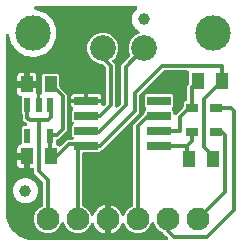
<source format=gbr>
G04 EAGLE Gerber RS-274X export*
G75*
%MOMM*%
%FSLAX34Y34*%
%LPD*%
%INTop Copper*%
%IPPOS*%
%AMOC8*
5,1,8,0,0,1.08239X$1,22.5*%
G01*
%ADD10C,1.000000*%
%ADD11R,1.100000X1.400000*%
%ADD12R,2.032000X0.660400*%
%ADD13C,2.184400*%
%ADD14C,3.000000*%
%ADD15C,1.930400*%
%ADD16R,0.550000X1.200000*%
%ADD17R,1.000000X0.800000*%
%ADD18C,0.304800*%

G36*
X138586Y2678D02*
X138586Y2678D01*
X138686Y2680D01*
X138758Y2698D01*
X138832Y2707D01*
X138927Y2741D01*
X139024Y2765D01*
X139090Y2799D01*
X139160Y2824D01*
X139245Y2879D01*
X139334Y2925D01*
X139390Y2973D01*
X139453Y3013D01*
X139523Y3085D01*
X139599Y3150D01*
X139643Y3210D01*
X139695Y3264D01*
X139747Y3350D01*
X139806Y3431D01*
X139836Y3499D01*
X139874Y3563D01*
X139905Y3658D01*
X139944Y3751D01*
X139958Y3824D01*
X139980Y3895D01*
X139988Y3995D01*
X140006Y4094D01*
X140002Y4168D01*
X140008Y4242D01*
X139993Y4342D01*
X139988Y4442D01*
X139968Y4513D01*
X139957Y4587D01*
X139919Y4680D01*
X139892Y4777D01*
X139855Y4842D01*
X139828Y4911D01*
X139770Y4993D01*
X139721Y5081D01*
X139656Y5157D01*
X139629Y5197D01*
X139602Y5221D01*
X139563Y5267D01*
X138673Y6157D01*
X135927Y8903D01*
X135912Y8936D01*
X135850Y9012D01*
X135797Y9095D01*
X135742Y9148D01*
X135694Y9208D01*
X135617Y9269D01*
X135546Y9337D01*
X135481Y9377D01*
X135421Y9424D01*
X135288Y9492D01*
X135247Y9516D01*
X135229Y9522D01*
X135203Y9535D01*
X133081Y10414D01*
X129794Y13701D01*
X128407Y17049D01*
X128359Y17137D01*
X128318Y17229D01*
X128274Y17289D01*
X128238Y17354D01*
X128171Y17428D01*
X128111Y17509D01*
X128054Y17557D01*
X128004Y17612D01*
X127921Y17669D01*
X127845Y17734D01*
X127778Y17768D01*
X127717Y17810D01*
X127624Y17847D01*
X127534Y17893D01*
X127462Y17911D01*
X127393Y17938D01*
X127294Y17953D01*
X127196Y17977D01*
X127122Y17978D01*
X127048Y17989D01*
X126948Y17981D01*
X126848Y17982D01*
X126775Y17966D01*
X126701Y17960D01*
X126605Y17929D01*
X126507Y17908D01*
X126440Y17876D01*
X126369Y17853D01*
X126283Y17801D01*
X126192Y17758D01*
X126134Y17712D01*
X126071Y17673D01*
X125998Y17603D01*
X125920Y17541D01*
X125874Y17482D01*
X125821Y17430D01*
X125766Y17346D01*
X125704Y17267D01*
X125658Y17178D01*
X125632Y17137D01*
X125620Y17103D01*
X125593Y17049D01*
X124206Y13701D01*
X120919Y10414D01*
X116624Y8635D01*
X111976Y8635D01*
X107681Y10414D01*
X104394Y13701D01*
X103271Y16414D01*
X103193Y16554D01*
X103118Y16695D01*
X103108Y16706D01*
X103101Y16718D01*
X102994Y16837D01*
X102889Y16957D01*
X102877Y16966D01*
X102867Y16977D01*
X102736Y17067D01*
X102606Y17161D01*
X102592Y17166D01*
X102580Y17175D01*
X102431Y17234D01*
X102284Y17295D01*
X102270Y17297D01*
X102256Y17303D01*
X102098Y17326D01*
X101940Y17352D01*
X101926Y17351D01*
X101911Y17353D01*
X101752Y17340D01*
X101592Y17330D01*
X101579Y17326D01*
X101564Y17324D01*
X101411Y17275D01*
X101259Y17229D01*
X101246Y17222D01*
X101232Y17217D01*
X101095Y17134D01*
X100957Y17055D01*
X100946Y17045D01*
X100934Y17038D01*
X100819Y16926D01*
X100702Y16817D01*
X100694Y16805D01*
X100684Y16795D01*
X100597Y16660D01*
X100509Y16527D01*
X100502Y16511D01*
X100496Y16502D01*
X100483Y16465D01*
X100415Y16302D01*
X100199Y15639D01*
X99328Y13930D01*
X98200Y12377D01*
X96843Y11020D01*
X95290Y9892D01*
X93580Y9021D01*
X91755Y8427D01*
X91399Y8371D01*
X91399Y19344D01*
X91396Y19370D01*
X91398Y19396D01*
X91376Y19543D01*
X91359Y19690D01*
X91351Y19715D01*
X91347Y19741D01*
X91292Y19878D01*
X91242Y20018D01*
X91228Y20040D01*
X91218Y20065D01*
X91133Y20186D01*
X91053Y20311D01*
X91040Y20323D01*
X91085Y20370D01*
X91099Y20393D01*
X91116Y20412D01*
X91188Y20542D01*
X91264Y20669D01*
X91272Y20694D01*
X91285Y20717D01*
X91325Y20860D01*
X91370Y21001D01*
X91372Y21027D01*
X91380Y21052D01*
X91399Y21296D01*
X91399Y32269D01*
X91755Y32213D01*
X93580Y31619D01*
X95290Y30748D01*
X96843Y29620D01*
X98200Y28263D01*
X99328Y26710D01*
X100199Y25001D01*
X100415Y24338D01*
X100481Y24193D01*
X100545Y24046D01*
X100553Y24035D01*
X100559Y24021D01*
X100657Y23895D01*
X100753Y23767D01*
X100764Y23757D01*
X100773Y23746D01*
X100897Y23644D01*
X101019Y23541D01*
X101032Y23535D01*
X101043Y23526D01*
X101186Y23456D01*
X101329Y23383D01*
X101343Y23379D01*
X101356Y23373D01*
X101511Y23337D01*
X101667Y23299D01*
X101682Y23298D01*
X101696Y23295D01*
X101855Y23296D01*
X102016Y23293D01*
X102030Y23297D01*
X102044Y23297D01*
X102200Y23334D01*
X102356Y23368D01*
X102369Y23374D01*
X102383Y23377D01*
X102527Y23449D01*
X102671Y23518D01*
X102682Y23527D01*
X102695Y23533D01*
X102818Y23635D01*
X102943Y23735D01*
X102952Y23746D01*
X102963Y23756D01*
X103060Y23883D01*
X103159Y24008D01*
X103167Y24024D01*
X103174Y24033D01*
X103190Y24068D01*
X103271Y24226D01*
X104394Y26939D01*
X107681Y30226D01*
X109803Y31105D01*
X109870Y31142D01*
X109941Y31170D01*
X110022Y31226D01*
X110108Y31274D01*
X110164Y31325D01*
X110227Y31369D01*
X110293Y31442D01*
X110366Y31508D01*
X110409Y31571D01*
X110460Y31628D01*
X110508Y31714D01*
X110564Y31795D01*
X110592Y31866D01*
X110629Y31933D01*
X110656Y32028D01*
X110692Y32119D01*
X110703Y32195D01*
X110724Y32268D01*
X110736Y32417D01*
X110743Y32464D01*
X110741Y32483D01*
X110743Y32512D01*
X110743Y100533D01*
X119695Y109485D01*
X119774Y109584D01*
X119858Y109678D01*
X119882Y109720D01*
X119912Y109758D01*
X119966Y109872D01*
X120027Y109983D01*
X120040Y110030D01*
X120061Y110073D01*
X120087Y110197D01*
X120122Y110318D01*
X120127Y110379D01*
X120134Y110414D01*
X120133Y110462D01*
X120141Y110562D01*
X120141Y112094D01*
X121270Y113223D01*
X121286Y113243D01*
X121306Y113260D01*
X121395Y113380D01*
X121487Y113496D01*
X121498Y113520D01*
X121514Y113541D01*
X121572Y113677D01*
X121636Y113811D01*
X121641Y113837D01*
X121652Y113861D01*
X121678Y114007D01*
X121709Y114152D01*
X121709Y114178D01*
X121713Y114204D01*
X121706Y114352D01*
X121703Y114500D01*
X121697Y114526D01*
X121695Y114552D01*
X121654Y114694D01*
X121618Y114838D01*
X121606Y114861D01*
X121599Y114887D01*
X121526Y115016D01*
X121458Y115148D01*
X121441Y115168D01*
X121429Y115191D01*
X121270Y115377D01*
X120141Y116506D01*
X120141Y124794D01*
X121332Y125985D01*
X143336Y125985D01*
X144527Y124794D01*
X144527Y116506D01*
X143398Y115377D01*
X143381Y115357D01*
X143362Y115340D01*
X143273Y115220D01*
X143181Y115104D01*
X143170Y115080D01*
X143154Y115059D01*
X143096Y114923D01*
X143032Y114789D01*
X143027Y114763D01*
X143016Y114739D01*
X142990Y114593D01*
X142959Y114448D01*
X142959Y114422D01*
X142955Y114396D01*
X142962Y114248D01*
X142965Y114100D01*
X142971Y114074D01*
X142973Y114048D01*
X143014Y113906D01*
X143050Y113762D01*
X143062Y113739D01*
X143069Y113713D01*
X143142Y113584D01*
X143210Y113452D01*
X143226Y113432D01*
X143239Y113409D01*
X143398Y113223D01*
X144527Y112094D01*
X144527Y110054D01*
X144538Y109954D01*
X144540Y109854D01*
X144558Y109782D01*
X144567Y109708D01*
X144600Y109613D01*
X144625Y109516D01*
X144659Y109450D01*
X144684Y109380D01*
X144739Y109295D01*
X144785Y109206D01*
X144833Y109149D01*
X144873Y109087D01*
X144945Y109017D01*
X145010Y108941D01*
X145070Y108897D01*
X145124Y108845D01*
X145210Y108793D01*
X145291Y108734D01*
X145359Y108704D01*
X145423Y108666D01*
X145519Y108635D01*
X145611Y108596D01*
X145684Y108582D01*
X145755Y108560D01*
X145855Y108552D01*
X145954Y108534D01*
X146028Y108538D01*
X146102Y108532D01*
X146202Y108547D01*
X146302Y108552D01*
X146373Y108572D01*
X146447Y108583D01*
X146540Y108621D01*
X146637Y108648D01*
X146702Y108685D01*
X146771Y108712D01*
X146853Y108769D01*
X146941Y108819D01*
X147017Y108884D01*
X147057Y108911D01*
X147081Y108938D01*
X147127Y108977D01*
X152701Y114551D01*
X152780Y114650D01*
X152864Y114744D01*
X152888Y114786D01*
X152918Y114824D01*
X152972Y114938D01*
X153033Y115049D01*
X153046Y115096D01*
X153067Y115139D01*
X153093Y115263D01*
X153128Y115384D01*
X153133Y115445D01*
X153140Y115480D01*
X153139Y115528D01*
X153147Y115628D01*
X153147Y119142D01*
X154338Y120333D01*
X154940Y120333D01*
X154966Y120336D01*
X154992Y120334D01*
X155139Y120356D01*
X155286Y120373D01*
X155311Y120381D01*
X155337Y120385D01*
X155475Y120440D01*
X155614Y120490D01*
X155636Y120504D01*
X155661Y120514D01*
X155782Y120599D01*
X155907Y120679D01*
X155925Y120698D01*
X155947Y120713D01*
X156046Y120823D01*
X156149Y120930D01*
X156163Y120952D01*
X156180Y120972D01*
X156252Y121102D01*
X156328Y121229D01*
X156336Y121254D01*
X156349Y121277D01*
X156389Y121420D01*
X156434Y121561D01*
X156436Y121587D01*
X156444Y121612D01*
X156463Y121856D01*
X156463Y133393D01*
X157281Y134211D01*
X157360Y134310D01*
X157444Y134404D01*
X157468Y134446D01*
X157498Y134484D01*
X157552Y134598D01*
X157613Y134709D01*
X157626Y134756D01*
X157647Y134799D01*
X157673Y134923D01*
X157708Y135044D01*
X157713Y135105D01*
X157720Y135140D01*
X157719Y135188D01*
X157727Y135288D01*
X157727Y144780D01*
X157724Y144806D01*
X157726Y144832D01*
X157704Y144979D01*
X157687Y145126D01*
X157679Y145151D01*
X157675Y145177D01*
X157620Y145315D01*
X157570Y145454D01*
X157556Y145476D01*
X157546Y145501D01*
X157461Y145622D01*
X157381Y145747D01*
X157362Y145765D01*
X157347Y145787D01*
X157237Y145886D01*
X157130Y145989D01*
X157108Y146003D01*
X157088Y146020D01*
X156958Y146092D01*
X156831Y146168D01*
X156806Y146176D01*
X156783Y146189D01*
X156640Y146229D01*
X156499Y146274D01*
X156473Y146276D01*
X156448Y146284D01*
X156204Y146303D01*
X136724Y146303D01*
X136599Y146289D01*
X136472Y146282D01*
X136426Y146269D01*
X136378Y146263D01*
X136259Y146221D01*
X136138Y146186D01*
X136095Y146162D01*
X136050Y146146D01*
X135944Y146077D01*
X135833Y146016D01*
X135787Y145976D01*
X135757Y145957D01*
X135724Y145922D01*
X135647Y145857D01*
X115763Y125973D01*
X115684Y125874D01*
X115600Y125780D01*
X115576Y125738D01*
X115546Y125700D01*
X115492Y125586D01*
X115431Y125475D01*
X115418Y125428D01*
X115397Y125385D01*
X115371Y125261D01*
X115336Y125140D01*
X115331Y125079D01*
X115324Y125044D01*
X115325Y124996D01*
X115317Y124896D01*
X115317Y110287D01*
X83993Y78963D01*
X83979Y78959D01*
X83931Y78953D01*
X83812Y78911D01*
X83690Y78876D01*
X83648Y78852D01*
X83603Y78836D01*
X83496Y78767D01*
X83386Y78706D01*
X83340Y78666D01*
X83310Y78647D01*
X83276Y78612D01*
X83200Y78547D01*
X81868Y77215D01*
X68580Y77215D01*
X68554Y77212D01*
X68528Y77214D01*
X68381Y77192D01*
X68234Y77175D01*
X68209Y77167D01*
X68183Y77163D01*
X68045Y77108D01*
X67906Y77058D01*
X67884Y77044D01*
X67859Y77034D01*
X67738Y76949D01*
X67613Y76869D01*
X67595Y76850D01*
X67573Y76835D01*
X67474Y76725D01*
X67371Y76618D01*
X67357Y76596D01*
X67340Y76576D01*
X67268Y76446D01*
X67192Y76319D01*
X67184Y76294D01*
X67171Y76271D01*
X67131Y76128D01*
X67086Y75987D01*
X67084Y75961D01*
X67076Y75936D01*
X67057Y75692D01*
X67057Y32512D01*
X67065Y32436D01*
X67064Y32360D01*
X67085Y32263D01*
X67097Y32166D01*
X67122Y32094D01*
X67139Y32019D01*
X67181Y31930D01*
X67214Y31838D01*
X67256Y31773D01*
X67288Y31704D01*
X67350Y31628D01*
X67403Y31545D01*
X67458Y31492D01*
X67506Y31432D01*
X67583Y31371D01*
X67654Y31303D01*
X67719Y31263D01*
X67779Y31216D01*
X67912Y31148D01*
X67953Y31124D01*
X67971Y31118D01*
X67997Y31105D01*
X70119Y30226D01*
X73406Y26939D01*
X74529Y24226D01*
X74607Y24086D01*
X74682Y23945D01*
X74692Y23934D01*
X74699Y23922D01*
X74806Y23803D01*
X74911Y23683D01*
X74923Y23674D01*
X74933Y23663D01*
X75064Y23573D01*
X75194Y23479D01*
X75208Y23474D01*
X75220Y23465D01*
X75369Y23406D01*
X75516Y23345D01*
X75530Y23343D01*
X75544Y23337D01*
X75702Y23314D01*
X75860Y23288D01*
X75874Y23289D01*
X75889Y23287D01*
X76048Y23300D01*
X76208Y23310D01*
X76221Y23314D01*
X76236Y23316D01*
X76389Y23365D01*
X76541Y23411D01*
X76554Y23418D01*
X76568Y23423D01*
X76705Y23506D01*
X76843Y23585D01*
X76854Y23595D01*
X76866Y23602D01*
X76981Y23714D01*
X77098Y23823D01*
X77106Y23835D01*
X77116Y23845D01*
X77203Y23980D01*
X77291Y24113D01*
X77298Y24129D01*
X77304Y24138D01*
X77317Y24175D01*
X77385Y24338D01*
X77601Y25001D01*
X78472Y26710D01*
X79600Y28263D01*
X80957Y29620D01*
X82510Y30748D01*
X84220Y31619D01*
X86045Y32213D01*
X86401Y32269D01*
X86401Y21296D01*
X86404Y21270D01*
X86402Y21244D01*
X86424Y21097D01*
X86441Y20950D01*
X86449Y20925D01*
X86453Y20899D01*
X86508Y20762D01*
X86558Y20622D01*
X86572Y20600D01*
X86582Y20575D01*
X86667Y20454D01*
X86747Y20329D01*
X86760Y20317D01*
X86715Y20270D01*
X86701Y20247D01*
X86684Y20228D01*
X86612Y20098D01*
X86536Y19971D01*
X86528Y19946D01*
X86515Y19923D01*
X86475Y19780D01*
X86430Y19639D01*
X86427Y19613D01*
X86420Y19588D01*
X86401Y19344D01*
X86401Y8371D01*
X86045Y8427D01*
X84220Y9021D01*
X82510Y9892D01*
X80957Y11020D01*
X79600Y12377D01*
X78472Y13930D01*
X77601Y15639D01*
X77385Y16302D01*
X77319Y16447D01*
X77255Y16594D01*
X77247Y16605D01*
X77241Y16619D01*
X77143Y16745D01*
X77047Y16873D01*
X77036Y16883D01*
X77027Y16894D01*
X76903Y16996D01*
X76781Y17099D01*
X76768Y17105D01*
X76757Y17114D01*
X76614Y17184D01*
X76471Y17257D01*
X76457Y17261D01*
X76444Y17267D01*
X76289Y17303D01*
X76133Y17341D01*
X76118Y17342D01*
X76104Y17345D01*
X75945Y17344D01*
X75784Y17347D01*
X75770Y17343D01*
X75756Y17343D01*
X75600Y17306D01*
X75444Y17272D01*
X75431Y17266D01*
X75417Y17263D01*
X75273Y17191D01*
X75129Y17122D01*
X75118Y17113D01*
X75105Y17107D01*
X74982Y17005D01*
X74857Y16905D01*
X74848Y16894D01*
X74837Y16884D01*
X74740Y16757D01*
X74641Y16632D01*
X74633Y16616D01*
X74626Y16607D01*
X74610Y16572D01*
X74529Y16414D01*
X73406Y13701D01*
X70119Y10414D01*
X65824Y8635D01*
X61176Y8635D01*
X56881Y10414D01*
X53594Y13701D01*
X52207Y17049D01*
X52159Y17137D01*
X52118Y17229D01*
X52074Y17289D01*
X52038Y17354D01*
X51971Y17428D01*
X51911Y17509D01*
X51854Y17557D01*
X51804Y17612D01*
X51721Y17669D01*
X51645Y17734D01*
X51578Y17768D01*
X51517Y17810D01*
X51424Y17847D01*
X51334Y17893D01*
X51262Y17911D01*
X51193Y17938D01*
X51094Y17953D01*
X50996Y17977D01*
X50922Y17978D01*
X50848Y17989D01*
X50748Y17981D01*
X50648Y17982D01*
X50575Y17966D01*
X50501Y17960D01*
X50405Y17929D01*
X50307Y17908D01*
X50240Y17876D01*
X50169Y17853D01*
X50083Y17801D01*
X49992Y17758D01*
X49934Y17712D01*
X49871Y17673D01*
X49798Y17603D01*
X49720Y17541D01*
X49674Y17482D01*
X49621Y17430D01*
X49566Y17346D01*
X49504Y17267D01*
X49458Y17178D01*
X49432Y17137D01*
X49420Y17103D01*
X49393Y17049D01*
X48006Y13701D01*
X44719Y10414D01*
X40424Y8635D01*
X35776Y8635D01*
X31481Y10414D01*
X28194Y13701D01*
X26415Y17996D01*
X26415Y22644D01*
X28194Y26939D01*
X31481Y30226D01*
X33603Y31105D01*
X33670Y31142D01*
X33741Y31170D01*
X33822Y31226D01*
X33908Y31274D01*
X33964Y31325D01*
X34027Y31369D01*
X34093Y31442D01*
X34166Y31508D01*
X34209Y31571D01*
X34260Y31628D01*
X34308Y31714D01*
X34364Y31795D01*
X34392Y31866D01*
X34429Y31933D01*
X34456Y32028D01*
X34492Y32119D01*
X34503Y32195D01*
X34524Y32268D01*
X34536Y32417D01*
X34543Y32464D01*
X34541Y32483D01*
X34543Y32512D01*
X34543Y51236D01*
X34529Y51361D01*
X34522Y51488D01*
X34509Y51534D01*
X34503Y51582D01*
X34461Y51701D01*
X34426Y51822D01*
X34402Y51865D01*
X34386Y51910D01*
X34317Y52016D01*
X34256Y52127D01*
X34216Y52173D01*
X34197Y52203D01*
X34162Y52236D01*
X34097Y52313D01*
X26923Y59487D01*
X26923Y62596D01*
X26920Y62622D01*
X26922Y62648D01*
X26900Y62795D01*
X26883Y62942D01*
X26875Y62967D01*
X26871Y62993D01*
X26816Y63131D01*
X26766Y63270D01*
X26752Y63292D01*
X26742Y63317D01*
X26657Y63438D01*
X26577Y63563D01*
X26558Y63581D01*
X26543Y63603D01*
X26433Y63702D01*
X26326Y63805D01*
X26304Y63819D01*
X26284Y63836D01*
X26154Y63908D01*
X26027Y63984D01*
X26002Y63992D01*
X25979Y64005D01*
X25836Y64045D01*
X25695Y64090D01*
X25669Y64092D01*
X25644Y64100D01*
X25400Y64119D01*
X23229Y64119D01*
X23229Y72434D01*
X23226Y72460D01*
X23228Y72486D01*
X23206Y72633D01*
X23189Y72780D01*
X23181Y72805D01*
X23177Y72831D01*
X23122Y72968D01*
X23072Y73108D01*
X23058Y73130D01*
X23048Y73155D01*
X22963Y73276D01*
X22883Y73401D01*
X22864Y73419D01*
X22849Y73441D01*
X22739Y73540D01*
X22632Y73643D01*
X22610Y73657D01*
X22590Y73674D01*
X22460Y73746D01*
X22333Y73822D01*
X22308Y73830D01*
X22285Y73843D01*
X22142Y73883D01*
X22001Y73928D01*
X21975Y73930D01*
X21950Y73937D01*
X21706Y73957D01*
X20777Y73957D01*
X20777Y74886D01*
X20774Y74912D01*
X20776Y74938D01*
X20754Y75085D01*
X20737Y75232D01*
X20728Y75257D01*
X20724Y75283D01*
X20670Y75421D01*
X20620Y75560D01*
X20605Y75582D01*
X20596Y75607D01*
X20511Y75728D01*
X20431Y75853D01*
X20412Y75871D01*
X20397Y75893D01*
X20287Y75992D01*
X20180Y76095D01*
X20157Y76109D01*
X20138Y76126D01*
X20008Y76198D01*
X19881Y76274D01*
X19856Y76282D01*
X19833Y76295D01*
X19690Y76335D01*
X19549Y76380D01*
X19523Y76382D01*
X19498Y76390D01*
X19254Y76409D01*
X12439Y76409D01*
X12439Y80995D01*
X12612Y81641D01*
X12947Y82220D01*
X13420Y82693D01*
X13999Y83028D01*
X14645Y83201D01*
X14674Y83201D01*
X14700Y83204D01*
X14726Y83202D01*
X14873Y83224D01*
X15020Y83241D01*
X15045Y83249D01*
X15071Y83253D01*
X15209Y83308D01*
X15348Y83358D01*
X15370Y83372D01*
X15395Y83382D01*
X15516Y83467D01*
X15641Y83547D01*
X15659Y83566D01*
X15681Y83581D01*
X15780Y83691D01*
X15883Y83798D01*
X15897Y83820D01*
X15914Y83840D01*
X15986Y83970D01*
X16062Y84097D01*
X16070Y84122D01*
X16083Y84145D01*
X16123Y84287D01*
X16168Y84429D01*
X16170Y84455D01*
X16178Y84480D01*
X16197Y84724D01*
X16197Y97982D01*
X17388Y99173D01*
X19120Y99173D01*
X19220Y99184D01*
X19320Y99186D01*
X19392Y99204D01*
X19466Y99213D01*
X19561Y99246D01*
X19658Y99271D01*
X19724Y99305D01*
X19794Y99330D01*
X19879Y99385D01*
X19968Y99431D01*
X20024Y99479D01*
X20087Y99519D01*
X20157Y99591D01*
X20233Y99656D01*
X20277Y99716D01*
X20329Y99770D01*
X20381Y99856D01*
X20440Y99937D01*
X20470Y100005D01*
X20508Y100069D01*
X20539Y100165D01*
X20578Y100257D01*
X20592Y100330D01*
X20614Y100401D01*
X20622Y100501D01*
X20640Y100600D01*
X20636Y100674D01*
X20642Y100748D01*
X20627Y100848D01*
X20622Y100948D01*
X20602Y101019D01*
X20591Y101093D01*
X20553Y101186D01*
X20526Y101283D01*
X20489Y101348D01*
X20462Y101417D01*
X20405Y101499D01*
X20355Y101587D01*
X20290Y101663D01*
X20263Y101703D01*
X20236Y101727D01*
X20197Y101773D01*
X18857Y103113D01*
X17423Y104547D01*
X17423Y108441D01*
X17409Y108567D01*
X17402Y108693D01*
X17389Y108739D01*
X17383Y108787D01*
X17341Y108906D01*
X17306Y109028D01*
X17282Y109070D01*
X17266Y109115D01*
X17197Y109222D01*
X17136Y109332D01*
X17096Y109378D01*
X17077Y109408D01*
X17042Y109442D01*
X16977Y109518D01*
X16197Y110298D01*
X16197Y123556D01*
X16194Y123582D01*
X16196Y123608D01*
X16174Y123755D01*
X16157Y123902D01*
X16149Y123927D01*
X16145Y123953D01*
X16090Y124091D01*
X16040Y124230D01*
X16026Y124252D01*
X16016Y124277D01*
X15931Y124398D01*
X15851Y124523D01*
X15832Y124541D01*
X15817Y124563D01*
X15707Y124662D01*
X15600Y124765D01*
X15578Y124779D01*
X15558Y124796D01*
X15428Y124868D01*
X15301Y124944D01*
X15276Y124952D01*
X15253Y124965D01*
X15110Y125005D01*
X14969Y125050D01*
X14943Y125052D01*
X14918Y125060D01*
X14674Y125079D01*
X14645Y125079D01*
X13999Y125252D01*
X13420Y125587D01*
X12947Y126060D01*
X12612Y126639D01*
X12439Y127285D01*
X12439Y131871D01*
X19254Y131871D01*
X19280Y131874D01*
X19306Y131872D01*
X19453Y131894D01*
X19600Y131911D01*
X19625Y131919D01*
X19651Y131923D01*
X19788Y131978D01*
X19928Y132028D01*
X19950Y132042D01*
X19975Y132052D01*
X20096Y132137D01*
X20221Y132217D01*
X20239Y132236D01*
X20261Y132251D01*
X20360Y132361D01*
X20463Y132468D01*
X20477Y132490D01*
X20483Y132498D01*
X20529Y132427D01*
X20548Y132409D01*
X20563Y132387D01*
X20673Y132288D01*
X20780Y132185D01*
X20803Y132171D01*
X20822Y132154D01*
X20952Y132082D01*
X21079Y132006D01*
X21104Y131998D01*
X21127Y131985D01*
X21270Y131945D01*
X21411Y131900D01*
X21437Y131897D01*
X21462Y131890D01*
X21706Y131871D01*
X28521Y131871D01*
X28521Y127204D01*
X28524Y127178D01*
X28522Y127152D01*
X28544Y127005D01*
X28561Y126858D01*
X28569Y126833D01*
X28573Y126807D01*
X28628Y126669D01*
X28678Y126530D01*
X28692Y126508D01*
X28702Y126483D01*
X28787Y126362D01*
X28867Y126237D01*
X28886Y126219D01*
X28901Y126197D01*
X28957Y126147D01*
X28957Y117140D01*
X28960Y117114D01*
X28957Y117088D01*
X28979Y116941D01*
X28996Y116794D01*
X29005Y116769D01*
X29009Y116743D01*
X29064Y116606D01*
X29114Y116466D01*
X29128Y116444D01*
X29138Y116420D01*
X29222Y116298D01*
X29303Y116173D01*
X29322Y116155D01*
X29337Y116133D01*
X29447Y116034D01*
X29554Y115931D01*
X29576Y115918D01*
X29596Y115900D01*
X29726Y115828D01*
X29853Y115752D01*
X29878Y115744D01*
X29901Y115731D01*
X30044Y115691D01*
X30185Y115646D01*
X30211Y115644D01*
X30236Y115637D01*
X30480Y115617D01*
X30506Y115620D01*
X30532Y115618D01*
X30679Y115640D01*
X30826Y115657D01*
X30851Y115666D01*
X30877Y115670D01*
X31015Y115724D01*
X31154Y115774D01*
X31177Y115789D01*
X31201Y115798D01*
X31322Y115883D01*
X31447Y115963D01*
X31466Y115982D01*
X31487Y115997D01*
X31586Y116107D01*
X31689Y116214D01*
X31703Y116237D01*
X31720Y116256D01*
X31792Y116386D01*
X31868Y116513D01*
X31876Y116538D01*
X31889Y116561D01*
X31929Y116704D01*
X31975Y116845D01*
X31977Y116871D01*
X31984Y116897D01*
X32003Y117140D01*
X32003Y125804D01*
X32098Y125838D01*
X32120Y125852D01*
X32145Y125862D01*
X32266Y125947D01*
X32391Y126027D01*
X32409Y126046D01*
X32431Y126061D01*
X32530Y126171D01*
X32633Y126278D01*
X32647Y126300D01*
X32664Y126320D01*
X32736Y126450D01*
X32812Y126577D01*
X32820Y126602D01*
X32833Y126625D01*
X32873Y126768D01*
X32918Y126909D01*
X32920Y126935D01*
X32928Y126960D01*
X32947Y127204D01*
X32947Y142462D01*
X34138Y143653D01*
X46822Y143653D01*
X48013Y142462D01*
X48013Y132748D01*
X48027Y132623D01*
X48034Y132496D01*
X48047Y132450D01*
X48053Y132402D01*
X48095Y132283D01*
X48130Y132162D01*
X48154Y132119D01*
X48170Y132074D01*
X48239Y131968D01*
X48300Y131857D01*
X48340Y131811D01*
X48359Y131781D01*
X48394Y131748D01*
X48459Y131671D01*
X54357Y125773D01*
X54357Y95047D01*
X47193Y87883D01*
X46286Y87883D01*
X46260Y87880D01*
X46234Y87882D01*
X46087Y87860D01*
X45940Y87843D01*
X45915Y87835D01*
X45889Y87831D01*
X45751Y87776D01*
X45612Y87726D01*
X45590Y87712D01*
X45565Y87702D01*
X45444Y87617D01*
X45319Y87537D01*
X45301Y87518D01*
X45279Y87503D01*
X45180Y87393D01*
X45077Y87286D01*
X45063Y87264D01*
X45046Y87244D01*
X44974Y87114D01*
X44898Y86987D01*
X44890Y86962D01*
X44877Y86939D01*
X44837Y86796D01*
X44792Y86655D01*
X44790Y86629D01*
X44782Y86604D01*
X44763Y86360D01*
X44763Y84216D01*
X44766Y84190D01*
X44764Y84164D01*
X44786Y84017D01*
X44803Y83870D01*
X44811Y83845D01*
X44815Y83819D01*
X44870Y83681D01*
X44920Y83542D01*
X44934Y83520D01*
X44944Y83495D01*
X45029Y83374D01*
X45109Y83249D01*
X45128Y83231D01*
X45143Y83209D01*
X45253Y83110D01*
X45360Y83007D01*
X45382Y82993D01*
X45402Y82976D01*
X45532Y82904D01*
X45659Y82828D01*
X45684Y82820D01*
X45707Y82807D01*
X45850Y82767D01*
X45991Y82722D01*
X46017Y82720D01*
X46042Y82712D01*
X46286Y82693D01*
X46822Y82693D01*
X47195Y82319D01*
X47216Y82303D01*
X47233Y82283D01*
X47315Y82222D01*
X47386Y82159D01*
X47426Y82136D01*
X47468Y82103D01*
X47492Y82092D01*
X47513Y82076D01*
X47614Y82032D01*
X47691Y81990D01*
X47731Y81979D01*
X47783Y81954D01*
X47809Y81948D01*
X47833Y81938D01*
X47949Y81917D01*
X48026Y81895D01*
X48073Y81892D01*
X48124Y81881D01*
X48150Y81881D01*
X48176Y81876D01*
X48229Y81879D01*
X48270Y81876D01*
X48275Y81876D01*
X48350Y81884D01*
X48473Y81887D01*
X48498Y81893D01*
X48524Y81894D01*
X48583Y81911D01*
X48621Y81916D01*
X48698Y81943D01*
X48811Y81972D01*
X48834Y81984D01*
X48859Y81991D01*
X48909Y82019D01*
X48949Y82033D01*
X49024Y82082D01*
X49120Y82131D01*
X49140Y82148D01*
X49163Y82161D01*
X49214Y82204D01*
X49242Y82222D01*
X49274Y82255D01*
X49349Y82319D01*
X54407Y87377D01*
X58725Y87377D01*
X58825Y87388D01*
X58925Y87390D01*
X58951Y87396D01*
X58977Y87398D01*
X59023Y87411D01*
X59071Y87417D01*
X59166Y87451D01*
X59263Y87475D01*
X59286Y87487D01*
X59312Y87494D01*
X59354Y87518D01*
X59399Y87534D01*
X59484Y87589D01*
X59573Y87635D01*
X59593Y87652D01*
X59616Y87664D01*
X59662Y87704D01*
X59692Y87723D01*
X59726Y87758D01*
X59802Y87823D01*
X59818Y87843D01*
X59838Y87860D01*
X59883Y87920D01*
X59934Y87974D01*
X59973Y88038D01*
X60019Y88096D01*
X60030Y88120D01*
X60046Y88141D01*
X60075Y88209D01*
X60113Y88273D01*
X60136Y88344D01*
X60168Y88411D01*
X60173Y88437D01*
X60184Y88461D01*
X60197Y88534D01*
X60219Y88605D01*
X60225Y88679D01*
X60241Y88752D01*
X60241Y88778D01*
X60245Y88804D01*
X60241Y88878D01*
X60247Y88952D01*
X60236Y89026D01*
X60235Y89100D01*
X60229Y89126D01*
X60227Y89152D01*
X60207Y89223D01*
X60196Y89297D01*
X60168Y89366D01*
X60150Y89438D01*
X60138Y89461D01*
X60131Y89487D01*
X60094Y89552D01*
X60067Y89621D01*
X60025Y89681D01*
X59990Y89748D01*
X59973Y89768D01*
X59961Y89791D01*
X59895Y89868D01*
X59868Y89907D01*
X59842Y89930D01*
X59802Y89977D01*
X58673Y91106D01*
X58673Y99394D01*
X59802Y100523D01*
X59818Y100543D01*
X59838Y100560D01*
X59927Y100680D01*
X60019Y100796D01*
X60030Y100820D01*
X60046Y100841D01*
X60104Y100977D01*
X60168Y101111D01*
X60173Y101137D01*
X60184Y101161D01*
X60210Y101307D01*
X60241Y101452D01*
X60241Y101478D01*
X60245Y101504D01*
X60238Y101652D01*
X60235Y101800D01*
X60229Y101826D01*
X60227Y101852D01*
X60186Y101994D01*
X60150Y102138D01*
X60138Y102161D01*
X60131Y102187D01*
X60058Y102316D01*
X59990Y102448D01*
X59973Y102468D01*
X59961Y102491D01*
X59802Y102677D01*
X58673Y103806D01*
X58673Y112094D01*
X59485Y112905D01*
X59516Y112945D01*
X59554Y112980D01*
X59624Y113081D01*
X59701Y113178D01*
X59723Y113224D01*
X59752Y113267D01*
X59797Y113382D01*
X59850Y113493D01*
X59861Y113543D01*
X59880Y113591D01*
X59897Y113713D01*
X59923Y113834D01*
X59923Y113885D01*
X59930Y113936D01*
X59920Y114059D01*
X59918Y114183D01*
X59905Y114232D01*
X59901Y114283D01*
X59863Y114401D01*
X59833Y114521D01*
X59809Y114566D01*
X59793Y114615D01*
X59730Y114720D01*
X59673Y114830D01*
X59640Y114869D01*
X59613Y114913D01*
X59527Y115002D01*
X59447Y115096D01*
X59406Y115126D01*
X59370Y115163D01*
X59169Y115302D01*
X59146Y115315D01*
X58673Y115788D01*
X58338Y116367D01*
X58165Y117013D01*
X58165Y119000D01*
X70739Y119000D01*
X70765Y119003D01*
X70791Y119001D01*
X70858Y119011D01*
X70993Y119000D01*
X83567Y119000D01*
X83567Y117674D01*
X83578Y117574D01*
X83580Y117474D01*
X83598Y117402D01*
X83607Y117328D01*
X83640Y117233D01*
X83665Y117136D01*
X83699Y117070D01*
X83724Y117000D01*
X83779Y116915D01*
X83825Y116826D01*
X83873Y116769D01*
X83913Y116707D01*
X83985Y116637D01*
X84050Y116561D01*
X84110Y116517D01*
X84164Y116465D01*
X84250Y116413D01*
X84331Y116354D01*
X84399Y116324D01*
X84463Y116286D01*
X84558Y116255D01*
X84651Y116216D01*
X84724Y116202D01*
X84795Y116180D01*
X84895Y116172D01*
X84994Y116154D01*
X85068Y116158D01*
X85142Y116152D01*
X85241Y116167D01*
X85342Y116172D01*
X85413Y116192D01*
X85487Y116203D01*
X85580Y116241D01*
X85677Y116268D01*
X85742Y116305D01*
X85811Y116332D01*
X85893Y116389D01*
X85981Y116439D01*
X86057Y116504D01*
X86097Y116531D01*
X86121Y116558D01*
X86167Y116597D01*
X87437Y117867D01*
X87516Y117966D01*
X87600Y118060D01*
X87624Y118102D01*
X87654Y118140D01*
X87708Y118254D01*
X87769Y118365D01*
X87782Y118412D01*
X87803Y118455D01*
X87829Y118579D01*
X87864Y118700D01*
X87869Y118761D01*
X87876Y118796D01*
X87875Y118844D01*
X87883Y118944D01*
X87883Y147756D01*
X87869Y147881D01*
X87862Y148008D01*
X87849Y148054D01*
X87843Y148102D01*
X87801Y148221D01*
X87766Y148342D01*
X87742Y148385D01*
X87726Y148430D01*
X87657Y148536D01*
X87596Y148647D01*
X87556Y148693D01*
X87537Y148723D01*
X87502Y148756D01*
X87437Y148833D01*
X84571Y151699D01*
X84472Y151778D01*
X84378Y151862D01*
X84336Y151886D01*
X84298Y151916D01*
X84184Y151970D01*
X84073Y152031D01*
X84026Y152044D01*
X83983Y152065D01*
X83859Y152091D01*
X83738Y152126D01*
X83677Y152131D01*
X83642Y152138D01*
X83594Y152137D01*
X83494Y152145D01*
X82023Y152145D01*
X77262Y154118D01*
X73618Y157762D01*
X71645Y162523D01*
X71645Y167677D01*
X73618Y172438D01*
X77262Y176082D01*
X82023Y178055D01*
X87177Y178055D01*
X91938Y176082D01*
X95582Y172438D01*
X97555Y167677D01*
X97555Y162523D01*
X95582Y157762D01*
X93152Y155332D01*
X93136Y155311D01*
X93116Y155294D01*
X93028Y155175D01*
X92936Y155059D01*
X92925Y155035D01*
X92909Y155014D01*
X92850Y154878D01*
X92787Y154744D01*
X92781Y154718D01*
X92771Y154694D01*
X92745Y154548D01*
X92714Y154403D01*
X92714Y154377D01*
X92709Y154351D01*
X92717Y154202D01*
X92720Y154054D01*
X92726Y154029D01*
X92727Y154003D01*
X92768Y153860D01*
X92805Y153716D01*
X92817Y153693D01*
X92824Y153668D01*
X92896Y153538D01*
X92964Y153407D01*
X92981Y153387D01*
X92994Y153364D01*
X93152Y153178D01*
X94997Y151333D01*
X94997Y116404D01*
X95008Y116304D01*
X95010Y116204D01*
X95028Y116132D01*
X95037Y116058D01*
X95070Y115963D01*
X95095Y115866D01*
X95129Y115800D01*
X95154Y115730D01*
X95209Y115645D01*
X95255Y115556D01*
X95303Y115500D01*
X95343Y115437D01*
X95415Y115367D01*
X95480Y115291D01*
X95540Y115247D01*
X95594Y115195D01*
X95680Y115143D01*
X95761Y115084D01*
X95829Y115054D01*
X95893Y115016D01*
X95989Y114985D01*
X96081Y114946D01*
X96154Y114932D01*
X96225Y114910D01*
X96325Y114902D01*
X96424Y114884D01*
X96498Y114888D01*
X96572Y114882D01*
X96672Y114897D01*
X96772Y114902D01*
X96843Y114922D01*
X96917Y114933D01*
X97010Y114971D01*
X97107Y114998D01*
X97172Y115035D01*
X97241Y115062D01*
X97323Y115119D01*
X97411Y115169D01*
X97487Y115234D01*
X97527Y115261D01*
X97551Y115288D01*
X97597Y115327D01*
X100137Y117867D01*
X100216Y117966D01*
X100300Y118060D01*
X100324Y118102D01*
X100354Y118140D01*
X100408Y118254D01*
X100469Y118365D01*
X100482Y118412D01*
X100503Y118455D01*
X100529Y118579D01*
X100564Y118700D01*
X100569Y118761D01*
X100576Y118796D01*
X100575Y118844D01*
X100583Y118944D01*
X100583Y151113D01*
X107492Y158022D01*
X107539Y158082D01*
X107594Y158135D01*
X107647Y158218D01*
X107709Y158295D01*
X107741Y158364D01*
X107782Y158428D01*
X107815Y158521D01*
X107857Y158610D01*
X107874Y158685D01*
X107899Y158757D01*
X107910Y158855D01*
X107931Y158951D01*
X107930Y159027D01*
X107938Y159103D01*
X107927Y159201D01*
X107925Y159299D01*
X107906Y159373D01*
X107897Y159449D01*
X107851Y159592D01*
X107840Y159637D01*
X107831Y159654D01*
X107822Y159682D01*
X106645Y162523D01*
X106645Y167677D01*
X108618Y172438D01*
X112262Y176082D01*
X114905Y177177D01*
X115000Y177230D01*
X115099Y177275D01*
X115152Y177315D01*
X115209Y177347D01*
X115290Y177420D01*
X115377Y177486D01*
X115419Y177536D01*
X115468Y177581D01*
X115530Y177670D01*
X115599Y177754D01*
X115628Y177813D01*
X115666Y177867D01*
X115706Y177969D01*
X115754Y178066D01*
X115769Y178130D01*
X115794Y178192D01*
X115809Y178299D01*
X115834Y178405D01*
X115835Y178471D01*
X115844Y178536D01*
X115835Y178645D01*
X115836Y178754D01*
X115821Y178818D01*
X115815Y178884D01*
X115782Y178988D01*
X115758Y179093D01*
X115729Y179153D01*
X115708Y179215D01*
X115652Y179309D01*
X115604Y179406D01*
X115563Y179458D01*
X115529Y179514D01*
X115453Y179592D01*
X115384Y179676D01*
X115317Y179732D01*
X115286Y179764D01*
X115252Y179786D01*
X115195Y179832D01*
X114678Y180195D01*
X114669Y180200D01*
X114661Y180207D01*
X114448Y180327D01*
X114250Y180420D01*
X114154Y180538D01*
X114148Y180542D01*
X114145Y180546D01*
X114127Y180560D01*
X113966Y180693D01*
X113653Y180912D01*
X113506Y180992D01*
X113359Y181073D01*
X113352Y181075D01*
X113347Y181078D01*
X113291Y181093D01*
X113144Y181240D01*
X113136Y181247D01*
X113129Y181255D01*
X112941Y181411D01*
X112762Y181536D01*
X112688Y181669D01*
X112683Y181675D01*
X112680Y181679D01*
X112665Y181696D01*
X112529Y181855D01*
X112259Y182125D01*
X112129Y182229D01*
X111997Y182335D01*
X111991Y182338D01*
X111986Y182342D01*
X111934Y182366D01*
X111815Y182537D01*
X111808Y182545D01*
X111803Y182554D01*
X111644Y182740D01*
X111490Y182894D01*
X111440Y183038D01*
X111436Y183045D01*
X111434Y183050D01*
X111422Y183069D01*
X111387Y183129D01*
X111386Y183131D01*
X111383Y183135D01*
X111316Y183249D01*
X111097Y183562D01*
X110986Y183688D01*
X110876Y183814D01*
X110871Y183818D01*
X110866Y183822D01*
X110819Y183856D01*
X110731Y184044D01*
X110726Y184053D01*
X110722Y184063D01*
X110599Y184274D01*
X110474Y184453D01*
X110449Y184603D01*
X110446Y184610D01*
X110446Y184615D01*
X110437Y184637D01*
X110364Y184832D01*
X110203Y185178D01*
X110115Y185321D01*
X110028Y185465D01*
X110023Y185470D01*
X110020Y185475D01*
X109980Y185516D01*
X109926Y185717D01*
X109922Y185727D01*
X109920Y185737D01*
X109835Y185966D01*
X109743Y186164D01*
X109745Y186316D01*
X109744Y186324D01*
X109744Y186329D01*
X109739Y186351D01*
X109701Y186557D01*
X109602Y186925D01*
X109540Y187083D01*
X109480Y187238D01*
X109476Y187244D01*
X109474Y187249D01*
X109441Y187297D01*
X109423Y187504D01*
X109421Y187514D01*
X109421Y187525D01*
X109377Y187766D01*
X109321Y187976D01*
X109349Y188126D01*
X109349Y188133D01*
X109350Y188138D01*
X109349Y188160D01*
X109347Y188370D01*
X109314Y188751D01*
X109281Y188913D01*
X109248Y189080D01*
X109245Y189086D01*
X109244Y189092D01*
X109220Y189144D01*
X109238Y189351D01*
X109238Y189362D01*
X109240Y189372D01*
X109238Y189617D01*
X109219Y189834D01*
X109273Y189976D01*
X109274Y189984D01*
X109276Y189989D01*
X109279Y190011D01*
X109314Y190218D01*
X109347Y190598D01*
X109343Y190766D01*
X109340Y190933D01*
X109338Y190940D01*
X109338Y190946D01*
X109323Y191002D01*
X109377Y191203D01*
X109379Y191213D01*
X109382Y191223D01*
X109423Y191464D01*
X109442Y191681D01*
X109520Y191812D01*
X109523Y191819D01*
X109525Y191824D01*
X109532Y191845D01*
X109602Y192043D01*
X109701Y192411D01*
X109725Y192577D01*
X109751Y192743D01*
X109751Y192750D01*
X109752Y192756D01*
X109747Y192813D01*
X109835Y193002D01*
X109838Y193012D01*
X109844Y193021D01*
X109926Y193251D01*
X109982Y193462D01*
X110082Y193577D01*
X110086Y193584D01*
X110089Y193588D01*
X110099Y193608D01*
X110203Y193790D01*
X110364Y194136D01*
X110417Y194294D01*
X110471Y194454D01*
X110472Y194460D01*
X110474Y194466D01*
X110479Y194524D01*
X110599Y194694D01*
X110604Y194703D01*
X110611Y194711D01*
X110731Y194924D01*
X110824Y195122D01*
X110942Y195218D01*
X110946Y195224D01*
X110950Y195227D01*
X110964Y195245D01*
X111097Y195406D01*
X111316Y195719D01*
X111396Y195866D01*
X111477Y196013D01*
X111479Y196020D01*
X111482Y196025D01*
X111497Y196081D01*
X111644Y196228D01*
X111651Y196236D01*
X111659Y196243D01*
X111815Y196431D01*
X111940Y196610D01*
X112073Y196684D01*
X112079Y196689D01*
X112084Y196692D01*
X112101Y196708D01*
X112259Y196843D01*
X112529Y197113D01*
X112633Y197244D01*
X112739Y197375D01*
X112742Y197381D01*
X112746Y197386D01*
X112770Y197438D01*
X112941Y197557D01*
X112949Y197564D01*
X112958Y197569D01*
X113144Y197728D01*
X113604Y198187D01*
X113666Y198265D01*
X113736Y198338D01*
X113774Y198402D01*
X113820Y198460D01*
X113863Y198551D01*
X113915Y198637D01*
X113937Y198708D01*
X113969Y198775D01*
X113990Y198873D01*
X114021Y198969D01*
X114027Y199043D01*
X114042Y199116D01*
X114041Y199216D01*
X114049Y199316D01*
X114038Y199390D01*
X114036Y199464D01*
X114012Y199561D01*
X113997Y199661D01*
X113970Y199730D01*
X113951Y199802D01*
X113905Y199892D01*
X113868Y199985D01*
X113826Y200046D01*
X113792Y200112D01*
X113727Y200189D01*
X113669Y200271D01*
X113614Y200321D01*
X113566Y200377D01*
X113485Y200437D01*
X113411Y200504D01*
X113346Y200540D01*
X113286Y200585D01*
X113194Y200624D01*
X113106Y200673D01*
X113034Y200693D01*
X112966Y200723D01*
X112867Y200740D01*
X112770Y200768D01*
X112670Y200776D01*
X112623Y200784D01*
X112587Y200782D01*
X112526Y200787D01*
X27978Y200787D01*
X27869Y200775D01*
X27759Y200771D01*
X27696Y200755D01*
X27632Y200747D01*
X27528Y200710D01*
X27422Y200682D01*
X27365Y200652D01*
X27304Y200630D01*
X27211Y200570D01*
X27114Y200519D01*
X27065Y200476D01*
X27011Y200441D01*
X26934Y200362D01*
X26852Y200289D01*
X26814Y200237D01*
X26769Y200190D01*
X26712Y200096D01*
X26648Y200007D01*
X26623Y199947D01*
X26590Y199891D01*
X26556Y199786D01*
X26514Y199685D01*
X26503Y199621D01*
X26484Y199559D01*
X26475Y199450D01*
X26457Y199341D01*
X26461Y199276D01*
X26456Y199212D01*
X26472Y199103D01*
X26479Y198993D01*
X26498Y198931D01*
X26507Y198867D01*
X26548Y198765D01*
X26580Y198660D01*
X26612Y198603D01*
X26636Y198543D01*
X26699Y198453D01*
X26754Y198358D01*
X26798Y198310D01*
X26835Y198257D01*
X26917Y198184D01*
X26992Y198103D01*
X27046Y198067D01*
X27094Y198024D01*
X27190Y197970D01*
X27281Y197909D01*
X27360Y197877D01*
X27399Y197855D01*
X27439Y197844D01*
X27507Y197815D01*
X35463Y195230D01*
X41683Y189630D01*
X45087Y181985D01*
X45087Y173615D01*
X41683Y165970D01*
X35463Y160370D01*
X27504Y157784D01*
X19181Y158658D01*
X11933Y162843D01*
X7013Y169614D01*
X5604Y176244D01*
X5599Y176259D01*
X5597Y176274D01*
X5544Y176424D01*
X5493Y176575D01*
X5485Y176588D01*
X5480Y176602D01*
X5393Y176736D01*
X5310Y176871D01*
X5299Y176882D01*
X5291Y176895D01*
X5176Y177006D01*
X5064Y177118D01*
X5051Y177126D01*
X5040Y177137D01*
X4903Y177219D01*
X4769Y177303D01*
X4754Y177308D01*
X4741Y177316D01*
X4590Y177364D01*
X4439Y177416D01*
X4424Y177418D01*
X4409Y177422D01*
X4251Y177435D01*
X4092Y177451D01*
X4077Y177449D01*
X4062Y177450D01*
X3905Y177427D01*
X3746Y177406D01*
X3732Y177401D01*
X3717Y177398D01*
X3569Y177340D01*
X3420Y177284D01*
X3407Y177275D01*
X3393Y177270D01*
X3263Y177179D01*
X3130Y177091D01*
X3120Y177079D01*
X3107Y177071D01*
X3001Y176953D01*
X2891Y176836D01*
X2884Y176823D01*
X2874Y176812D01*
X2796Y176672D01*
X2717Y176535D01*
X2713Y176520D01*
X2705Y176507D01*
X2662Y176353D01*
X2616Y176201D01*
X2615Y176186D01*
X2610Y176172D01*
X2591Y175928D01*
X2591Y25526D01*
X2595Y25491D01*
X2592Y25463D01*
X2595Y25443D01*
X2595Y25406D01*
X2858Y22069D01*
X2869Y22013D01*
X2871Y21956D01*
X2921Y21745D01*
X2925Y21727D01*
X2927Y21723D01*
X2928Y21718D01*
X4991Y15369D01*
X5039Y15263D01*
X5080Y15153D01*
X5119Y15089D01*
X5136Y15052D01*
X5163Y15017D01*
X5207Y14944D01*
X9131Y9544D01*
X9210Y9458D01*
X9282Y9366D01*
X9339Y9317D01*
X9367Y9287D01*
X9403Y9262D01*
X9468Y9207D01*
X14868Y5283D01*
X14970Y5226D01*
X15067Y5161D01*
X15136Y5132D01*
X15172Y5112D01*
X15215Y5099D01*
X15293Y5067D01*
X21642Y3004D01*
X21698Y2993D01*
X21751Y2973D01*
X21965Y2939D01*
X21983Y2935D01*
X21987Y2935D01*
X21993Y2934D01*
X25330Y2671D01*
X25373Y2673D01*
X25450Y2667D01*
X138486Y2667D01*
X138586Y2678D01*
G37*
%LPC*%
G36*
X18812Y33835D02*
X18812Y33835D01*
X18804Y33836D01*
X18799Y33838D01*
X18776Y33841D01*
X18571Y33876D01*
X18190Y33909D01*
X18025Y33905D01*
X17854Y33902D01*
X17848Y33900D01*
X17842Y33900D01*
X17786Y33885D01*
X17586Y33939D01*
X17575Y33941D01*
X17565Y33944D01*
X17324Y33985D01*
X17107Y34004D01*
X16976Y34082D01*
X16969Y34085D01*
X16964Y34087D01*
X16943Y34094D01*
X16745Y34164D01*
X16377Y34263D01*
X16211Y34287D01*
X16045Y34313D01*
X16038Y34313D01*
X16032Y34314D01*
X15975Y34309D01*
X15786Y34397D01*
X15776Y34400D01*
X15767Y34406D01*
X15537Y34488D01*
X15326Y34544D01*
X15211Y34644D01*
X15204Y34648D01*
X15200Y34651D01*
X15180Y34661D01*
X14998Y34765D01*
X14652Y34926D01*
X14494Y34979D01*
X14334Y35033D01*
X14328Y35034D01*
X14322Y35036D01*
X14264Y35041D01*
X14094Y35161D01*
X14085Y35166D01*
X14077Y35173D01*
X13864Y35293D01*
X13666Y35386D01*
X13570Y35504D01*
X13564Y35508D01*
X13561Y35512D01*
X13543Y35526D01*
X13382Y35659D01*
X13069Y35878D01*
X12922Y35958D01*
X12775Y36039D01*
X12768Y36041D01*
X12763Y36044D01*
X12707Y36059D01*
X12560Y36206D01*
X12552Y36213D01*
X12545Y36221D01*
X12357Y36377D01*
X12178Y36502D01*
X12104Y36635D01*
X12099Y36641D01*
X12096Y36645D01*
X12081Y36662D01*
X11945Y36821D01*
X11675Y37091D01*
X11545Y37195D01*
X11413Y37301D01*
X11407Y37304D01*
X11402Y37308D01*
X11350Y37332D01*
X11231Y37503D01*
X11224Y37511D01*
X11219Y37520D01*
X11060Y37706D01*
X10906Y37860D01*
X10856Y38004D01*
X10852Y38011D01*
X10850Y38016D01*
X10838Y38035D01*
X10732Y38215D01*
X10513Y38528D01*
X10402Y38654D01*
X10292Y38780D01*
X10287Y38784D01*
X10282Y38788D01*
X10235Y38822D01*
X10147Y39010D01*
X10142Y39019D01*
X10138Y39029D01*
X10015Y39240D01*
X9890Y39419D01*
X9865Y39569D01*
X9862Y39576D01*
X9862Y39581D01*
X9853Y39603D01*
X9780Y39798D01*
X9619Y40144D01*
X9531Y40287D01*
X9444Y40431D01*
X9439Y40436D01*
X9436Y40441D01*
X9396Y40482D01*
X9342Y40683D01*
X9338Y40693D01*
X9336Y40703D01*
X9251Y40932D01*
X9159Y41130D01*
X9161Y41282D01*
X9160Y41290D01*
X9160Y41295D01*
X9155Y41317D01*
X9117Y41523D01*
X9018Y41891D01*
X8957Y42046D01*
X8896Y42204D01*
X8892Y42210D01*
X8890Y42216D01*
X8857Y42263D01*
X8839Y42470D01*
X8837Y42480D01*
X8837Y42491D01*
X8793Y42732D01*
X8737Y42942D01*
X8765Y43092D01*
X8765Y43099D01*
X8766Y43104D01*
X8765Y43126D01*
X8763Y43336D01*
X8730Y43717D01*
X8697Y43879D01*
X8664Y44046D01*
X8661Y44052D01*
X8660Y44058D01*
X8636Y44110D01*
X8654Y44317D01*
X8654Y44328D01*
X8656Y44338D01*
X8654Y44583D01*
X8635Y44798D01*
X8640Y44812D01*
X8689Y44942D01*
X8690Y44950D01*
X8692Y44955D01*
X8695Y44978D01*
X8698Y44994D01*
X8707Y45023D01*
X8711Y45071D01*
X8730Y45183D01*
X8763Y45564D01*
X8759Y45733D01*
X8756Y45899D01*
X8754Y45906D01*
X8754Y45912D01*
X8739Y45968D01*
X8793Y46169D01*
X8795Y46179D01*
X8798Y46189D01*
X8839Y46430D01*
X8858Y46647D01*
X8936Y46778D01*
X8939Y46785D01*
X8941Y46790D01*
X8948Y46811D01*
X9018Y47009D01*
X9117Y47377D01*
X9141Y47543D01*
X9167Y47709D01*
X9167Y47716D01*
X9168Y47722D01*
X9163Y47779D01*
X9251Y47968D01*
X9254Y47978D01*
X9260Y47987D01*
X9342Y48217D01*
X9398Y48428D01*
X9498Y48543D01*
X9502Y48550D01*
X9505Y48554D01*
X9515Y48574D01*
X9619Y48756D01*
X9780Y49102D01*
X9833Y49260D01*
X9887Y49420D01*
X9888Y49426D01*
X9890Y49432D01*
X9895Y49490D01*
X10015Y49660D01*
X10020Y49669D01*
X10027Y49677D01*
X10147Y49890D01*
X10240Y50088D01*
X10358Y50184D01*
X10362Y50190D01*
X10366Y50193D01*
X10380Y50211D01*
X10513Y50372D01*
X10732Y50685D01*
X10812Y50832D01*
X10893Y50979D01*
X10895Y50986D01*
X10898Y50991D01*
X10913Y51047D01*
X11060Y51194D01*
X11067Y51202D01*
X11075Y51209D01*
X11231Y51397D01*
X11356Y51576D01*
X11489Y51650D01*
X11495Y51655D01*
X11500Y51658D01*
X11517Y51674D01*
X11675Y51809D01*
X11945Y52079D01*
X12049Y52210D01*
X12155Y52341D01*
X12158Y52347D01*
X12162Y52352D01*
X12186Y52404D01*
X12357Y52523D01*
X12365Y52530D01*
X12374Y52535D01*
X12560Y52694D01*
X12714Y52848D01*
X12858Y52898D01*
X12865Y52902D01*
X12870Y52904D01*
X12889Y52916D01*
X13069Y53022D01*
X13382Y53241D01*
X13416Y53271D01*
X13431Y53280D01*
X13455Y53306D01*
X13508Y53352D01*
X13634Y53462D01*
X13638Y53467D01*
X13642Y53472D01*
X13676Y53519D01*
X13864Y53607D01*
X13873Y53612D01*
X13883Y53616D01*
X14094Y53739D01*
X14273Y53864D01*
X14423Y53889D01*
X14430Y53892D01*
X14435Y53892D01*
X14457Y53901D01*
X14652Y53974D01*
X14998Y54135D01*
X15141Y54223D01*
X15285Y54310D01*
X15290Y54315D01*
X15295Y54318D01*
X15336Y54358D01*
X15537Y54412D01*
X15547Y54416D01*
X15557Y54418D01*
X15786Y54503D01*
X15984Y54595D01*
X16136Y54593D01*
X16144Y54594D01*
X16149Y54594D01*
X16171Y54599D01*
X16377Y54637D01*
X16745Y54736D01*
X16902Y54798D01*
X17058Y54858D01*
X17064Y54862D01*
X17070Y54864D01*
X17117Y54897D01*
X17324Y54915D01*
X17334Y54917D01*
X17345Y54917D01*
X17586Y54961D01*
X17796Y55017D01*
X17946Y54989D01*
X17953Y54989D01*
X17958Y54988D01*
X17982Y54989D01*
X18190Y54991D01*
X18570Y55024D01*
X18736Y55058D01*
X18900Y55090D01*
X18905Y55093D01*
X18912Y55094D01*
X18964Y55118D01*
X19171Y55100D01*
X19182Y55100D01*
X19192Y55098D01*
X19437Y55100D01*
X19654Y55119D01*
X19796Y55065D01*
X19804Y55064D01*
X19809Y55062D01*
X19832Y55059D01*
X20038Y55024D01*
X20418Y54991D01*
X20586Y54995D01*
X20753Y54998D01*
X20760Y55000D01*
X20766Y55000D01*
X20822Y55015D01*
X21022Y54961D01*
X21033Y54959D01*
X21043Y54956D01*
X21284Y54915D01*
X21501Y54896D01*
X21632Y54818D01*
X21639Y54815D01*
X21644Y54813D01*
X21665Y54806D01*
X21863Y54736D01*
X22231Y54637D01*
X22397Y54613D01*
X22563Y54587D01*
X22570Y54587D01*
X22576Y54586D01*
X22633Y54591D01*
X22822Y54503D01*
X22832Y54500D01*
X22841Y54494D01*
X23071Y54412D01*
X23282Y54356D01*
X23397Y54256D01*
X23404Y54252D01*
X23408Y54249D01*
X23428Y54239D01*
X23610Y54135D01*
X23956Y53974D01*
X24114Y53921D01*
X24274Y53867D01*
X24280Y53866D01*
X24286Y53864D01*
X24344Y53859D01*
X24514Y53739D01*
X24523Y53734D01*
X24531Y53727D01*
X24744Y53607D01*
X24942Y53514D01*
X25038Y53396D01*
X25044Y53392D01*
X25047Y53388D01*
X25065Y53374D01*
X25226Y53241D01*
X25539Y53022D01*
X25686Y52942D01*
X25833Y52861D01*
X25840Y52859D01*
X25845Y52856D01*
X25901Y52841D01*
X26048Y52694D01*
X26056Y52687D01*
X26063Y52679D01*
X26251Y52523D01*
X26430Y52398D01*
X26504Y52265D01*
X26509Y52259D01*
X26512Y52255D01*
X26527Y52238D01*
X26663Y52079D01*
X26933Y51809D01*
X27063Y51705D01*
X27077Y51694D01*
X27078Y51693D01*
X27195Y51599D01*
X27201Y51596D01*
X27206Y51592D01*
X27258Y51568D01*
X27377Y51397D01*
X27384Y51389D01*
X27389Y51380D01*
X27548Y51194D01*
X27702Y51040D01*
X27752Y50896D01*
X27756Y50889D01*
X27758Y50884D01*
X27770Y50865D01*
X27876Y50685D01*
X28095Y50372D01*
X28206Y50246D01*
X28316Y50120D01*
X28321Y50116D01*
X28326Y50112D01*
X28373Y50078D01*
X28461Y49890D01*
X28466Y49881D01*
X28470Y49871D01*
X28593Y49660D01*
X28718Y49481D01*
X28743Y49331D01*
X28746Y49324D01*
X28746Y49319D01*
X28755Y49297D01*
X28828Y49102D01*
X28989Y48756D01*
X29077Y48613D01*
X29164Y48469D01*
X29169Y48464D01*
X29172Y48459D01*
X29212Y48418D01*
X29266Y48217D01*
X29270Y48207D01*
X29272Y48197D01*
X29357Y47968D01*
X29449Y47770D01*
X29447Y47618D01*
X29448Y47610D01*
X29448Y47605D01*
X29453Y47583D01*
X29491Y47377D01*
X29590Y47009D01*
X29652Y46852D01*
X29712Y46696D01*
X29716Y46690D01*
X29718Y46684D01*
X29751Y46637D01*
X29769Y46430D01*
X29771Y46420D01*
X29771Y46409D01*
X29815Y46168D01*
X29871Y45958D01*
X29843Y45808D01*
X29843Y45801D01*
X29842Y45796D01*
X29843Y45772D01*
X29845Y45564D01*
X29878Y45184D01*
X29905Y45050D01*
X29925Y44921D01*
X29937Y44890D01*
X29944Y44854D01*
X29947Y44849D01*
X29948Y44842D01*
X29972Y44790D01*
X29954Y44583D01*
X29954Y44572D01*
X29952Y44562D01*
X29954Y44317D01*
X29973Y44100D01*
X29919Y43958D01*
X29918Y43950D01*
X29916Y43945D01*
X29913Y43922D01*
X29878Y43716D01*
X29845Y43336D01*
X29849Y43167D01*
X29852Y43001D01*
X29854Y42994D01*
X29854Y42988D01*
X29869Y42932D01*
X29815Y42732D01*
X29813Y42721D01*
X29810Y42711D01*
X29769Y42470D01*
X29750Y42253D01*
X29672Y42122D01*
X29669Y42115D01*
X29667Y42110D01*
X29660Y42089D01*
X29590Y41891D01*
X29491Y41523D01*
X29466Y41354D01*
X29441Y41191D01*
X29441Y41184D01*
X29440Y41178D01*
X29445Y41121D01*
X29357Y40932D01*
X29354Y40922D01*
X29348Y40913D01*
X29266Y40683D01*
X29210Y40472D01*
X29110Y40357D01*
X29106Y40350D01*
X29103Y40346D01*
X29093Y40326D01*
X28989Y40144D01*
X28828Y39798D01*
X28775Y39640D01*
X28721Y39480D01*
X28720Y39474D01*
X28718Y39468D01*
X28713Y39410D01*
X28593Y39240D01*
X28588Y39231D01*
X28581Y39223D01*
X28461Y39010D01*
X28368Y38812D01*
X28250Y38716D01*
X28246Y38710D01*
X28242Y38707D01*
X28228Y38689D01*
X28095Y38528D01*
X27876Y38215D01*
X27796Y38068D01*
X27715Y37921D01*
X27713Y37914D01*
X27710Y37909D01*
X27695Y37853D01*
X27548Y37706D01*
X27541Y37698D01*
X27533Y37691D01*
X27377Y37503D01*
X27252Y37324D01*
X27119Y37250D01*
X27113Y37245D01*
X27109Y37242D01*
X27092Y37227D01*
X26933Y37091D01*
X26663Y36821D01*
X26559Y36691D01*
X26453Y36559D01*
X26450Y36553D01*
X26446Y36548D01*
X26422Y36496D01*
X26251Y36377D01*
X26243Y36370D01*
X26234Y36365D01*
X26048Y36206D01*
X25894Y36052D01*
X25750Y36002D01*
X25743Y35998D01*
X25738Y35996D01*
X25719Y35984D01*
X25539Y35878D01*
X25226Y35659D01*
X25100Y35548D01*
X24974Y35438D01*
X24970Y35433D01*
X24966Y35428D01*
X24932Y35381D01*
X24744Y35293D01*
X24735Y35288D01*
X24725Y35284D01*
X24514Y35161D01*
X24335Y35036D01*
X24185Y35011D01*
X24178Y35008D01*
X24173Y35008D01*
X24151Y34999D01*
X23956Y34926D01*
X23610Y34765D01*
X23466Y34676D01*
X23323Y34590D01*
X23318Y34585D01*
X23313Y34582D01*
X23272Y34542D01*
X23071Y34488D01*
X23061Y34484D01*
X23051Y34482D01*
X22822Y34397D01*
X22624Y34305D01*
X22472Y34307D01*
X22464Y34306D01*
X22459Y34306D01*
X22437Y34301D01*
X22231Y34263D01*
X21863Y34164D01*
X21706Y34102D01*
X21550Y34042D01*
X21544Y34038D01*
X21538Y34036D01*
X21491Y34003D01*
X21284Y33985D01*
X21274Y33983D01*
X21263Y33983D01*
X21022Y33939D01*
X20812Y33883D01*
X20662Y33911D01*
X20655Y33911D01*
X20650Y33912D01*
X20628Y33911D01*
X20418Y33909D01*
X20037Y33876D01*
X19875Y33843D01*
X19708Y33810D01*
X19702Y33807D01*
X19696Y33806D01*
X19644Y33782D01*
X19437Y33800D01*
X19426Y33800D01*
X19416Y33802D01*
X19171Y33800D01*
X18954Y33781D01*
X18812Y33835D01*
G37*
%LPD*%
%LPC*%
G36*
X72516Y122300D02*
X72516Y122300D01*
X72516Y126493D01*
X81361Y126493D01*
X82007Y126320D01*
X82586Y125985D01*
X83059Y125512D01*
X83394Y124933D01*
X83567Y124287D01*
X83567Y122300D01*
X72516Y122300D01*
G37*
%LPD*%
%LPC*%
G36*
X58165Y122300D02*
X58165Y122300D01*
X58165Y124287D01*
X58338Y124933D01*
X58673Y125512D01*
X59146Y125985D01*
X59725Y126320D01*
X60371Y126493D01*
X69216Y126493D01*
X69216Y122300D01*
X58165Y122300D01*
G37*
%LPD*%
%LPC*%
G36*
X23229Y137369D02*
X23229Y137369D01*
X23229Y144161D01*
X26315Y144161D01*
X26961Y143988D01*
X27540Y143653D01*
X28013Y143180D01*
X28348Y142601D01*
X28521Y141955D01*
X28521Y137369D01*
X23229Y137369D01*
G37*
%LPD*%
%LPC*%
G36*
X12439Y137369D02*
X12439Y137369D01*
X12439Y141955D01*
X12612Y142601D01*
X12947Y143180D01*
X13420Y143653D01*
X13999Y143988D01*
X14645Y144161D01*
X17731Y144161D01*
X17731Y137369D01*
X12439Y137369D01*
G37*
%LPD*%
%LPC*%
G36*
X14645Y64119D02*
X14645Y64119D01*
X13999Y64292D01*
X13420Y64627D01*
X12947Y65100D01*
X12612Y65679D01*
X12439Y66325D01*
X12439Y70911D01*
X17731Y70911D01*
X17731Y64119D01*
X14645Y64119D01*
G37*
%LPD*%
D10*
X119888Y189484D03*
X19304Y44450D03*
D11*
X40480Y134620D03*
X20480Y134620D03*
D12*
X70866Y120650D03*
X132334Y120650D03*
X70866Y107950D03*
X70866Y95250D03*
X132334Y107950D03*
X132334Y95250D03*
X70866Y82550D03*
X132334Y82550D03*
D13*
X119600Y165100D03*
X84600Y165100D03*
D14*
X177800Y177800D03*
X25400Y177800D03*
D15*
X38100Y20320D03*
X63500Y20320D03*
X88900Y20320D03*
X114300Y20320D03*
X139700Y20320D03*
X165100Y20320D03*
D11*
X40480Y73660D03*
X20480Y73660D03*
D16*
X39980Y117140D03*
X30480Y117140D03*
X20980Y117140D03*
X20980Y91140D03*
X39980Y91140D03*
D17*
X160180Y93980D03*
X180180Y93980D03*
X160180Y114300D03*
X180180Y114300D03*
D11*
X177640Y71120D03*
X157640Y71120D03*
X185260Y137160D03*
X165260Y137160D03*
D18*
X119600Y165100D02*
X104140Y149640D01*
X104140Y116840D01*
X71120Y94996D02*
X71120Y93980D01*
X71120Y94996D02*
X70866Y95250D01*
X81280Y93980D02*
X104140Y116840D01*
X81280Y93980D02*
X71120Y93980D01*
X114300Y99060D02*
X114300Y20320D01*
X114300Y99060D02*
X124460Y109220D01*
X133350Y107950D02*
X134620Y109220D01*
X133350Y107950D02*
X132334Y107950D01*
X134620Y109220D02*
X124460Y109220D01*
X132334Y95250D02*
X149860Y95250D01*
X149860Y106680D01*
X157480Y114300D01*
X160180Y114300D01*
X160020Y114460D01*
X160020Y131920D02*
X165260Y137160D01*
X160020Y131920D02*
X160020Y114460D01*
X170180Y122080D02*
X185260Y137160D01*
X170180Y122080D02*
X170180Y81280D01*
X177800Y73660D02*
X177640Y71120D01*
X177800Y73660D02*
X170180Y81280D01*
X71120Y83820D02*
X70866Y83820D01*
X70866Y82550D01*
X70866Y83820D02*
X63500Y83820D01*
X55880Y83820D01*
X45720Y73660D01*
X40480Y73660D02*
X38100Y73660D01*
X40480Y73660D02*
X45720Y73660D01*
X40640Y76200D02*
X40480Y76040D01*
X40480Y73660D01*
X39980Y76860D02*
X39980Y91140D01*
X39980Y76860D02*
X40640Y76200D01*
X50800Y124300D02*
X40480Y134620D01*
X50800Y124300D02*
X50800Y96520D01*
X40280Y91440D02*
X39980Y91140D01*
X45720Y91440D02*
X50800Y96520D01*
X45720Y91440D02*
X40280Y91440D01*
X63500Y83820D02*
X63500Y20320D01*
X70866Y82550D02*
X82550Y82550D01*
X111760Y111760D01*
X111760Y127000D01*
X134620Y149860D01*
X185260Y137160D02*
X185420Y137320D01*
X185420Y149860D02*
X134620Y149860D01*
X185420Y149860D02*
X185420Y137320D01*
X20980Y117140D02*
X20980Y106020D01*
X22860Y104140D01*
X30480Y104140D01*
X38100Y104140D01*
X40640Y114300D02*
X40280Y116840D01*
X39980Y117140D01*
X40640Y106680D02*
X38100Y104140D01*
X40640Y106680D02*
X40640Y114300D01*
X30480Y104140D02*
X30480Y60960D01*
X38100Y53340D01*
X38100Y20320D01*
X154940Y71120D02*
X157640Y71120D01*
X156210Y82550D02*
X132334Y82550D01*
X156210Y82550D02*
X154940Y71120D01*
X160180Y86520D02*
X160180Y93980D01*
X160180Y86520D02*
X156210Y82550D01*
X180180Y114300D02*
X193040Y114300D01*
X195580Y111760D01*
X195580Y27940D01*
X172720Y5080D01*
X144780Y5080D01*
X139700Y10160D01*
X139700Y20320D01*
X180180Y93980D02*
X185420Y93980D01*
X187960Y91440D01*
X187960Y43180D01*
X165100Y20320D01*
X82550Y107950D02*
X70866Y107950D01*
X82550Y107950D02*
X91440Y116840D01*
X91440Y149860D01*
X83820Y157480D01*
X83820Y165100D02*
X84600Y165100D01*
X83820Y165100D02*
X83820Y157480D01*
M02*

</source>
